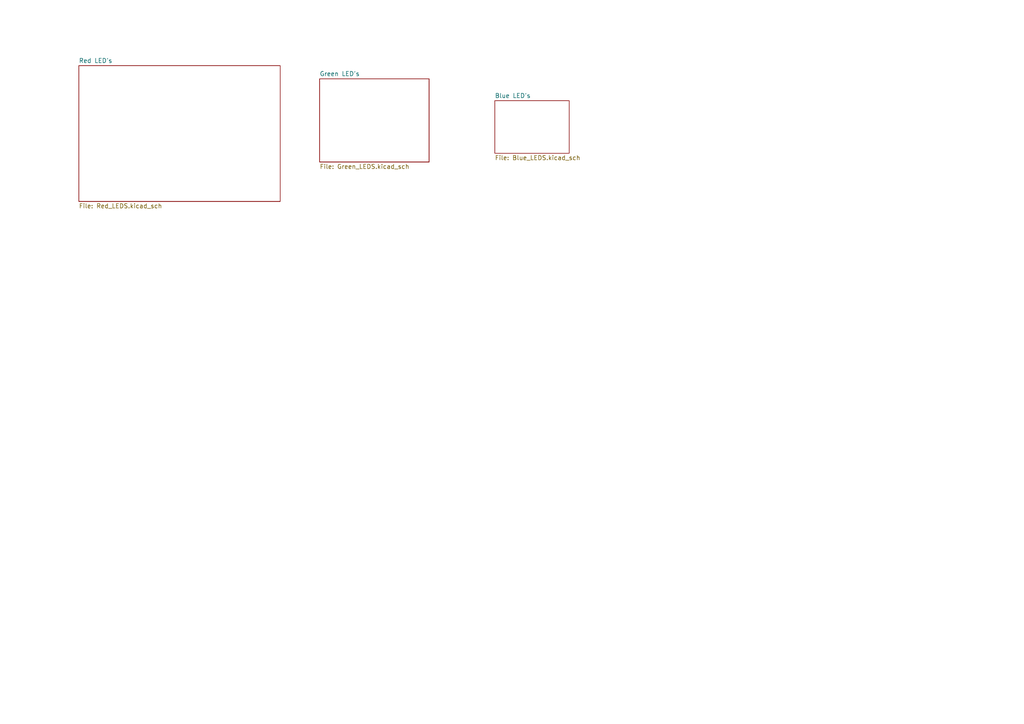
<source format=kicad_sch>
(kicad_sch
	(version 20250114)
	(generator "eeschema")
	(generator_version "9.0")
	(uuid "b239677e-e361-4439-8200-63fb41f7e03c")
	(paper "A4")
	(title_block
		(title "8x8_Led_Cube")
		(rev "1")
		(company "Áuthor: Lars Molenschot")
	)
	(lib_symbols)
	(sheet
		(at 92.71 22.86)
		(size 31.75 24.13)
		(exclude_from_sim no)
		(in_bom yes)
		(on_board yes)
		(dnp no)
		(fields_autoplaced yes)
		(stroke
			(width 0.1524)
			(type solid)
		)
		(fill
			(color 0 0 0 0.0000)
		)
		(uuid "028ca277-4d5d-4d09-af7b-5a73ce3cf523")
		(property "Sheetname" "Green LED's"
			(at 92.71 22.1484 0)
			(effects
				(font
					(size 1.27 1.27)
				)
				(justify left bottom)
			)
		)
		(property "Sheetfile" "Green_LEDS.kicad_sch"
			(at 92.71 47.5746 0)
			(effects
				(font
					(size 1.27 1.27)
				)
				(justify left top)
			)
		)
		(instances
			(project "LED_CUBE_8x8"
				(path "/b239677e-e361-4439-8200-63fb41f7e03c"
					(page "3")
				)
			)
		)
	)
	(sheet
		(at 22.86 19.05)
		(size 58.42 39.37)
		(exclude_from_sim no)
		(in_bom yes)
		(on_board yes)
		(dnp no)
		(fields_autoplaced yes)
		(stroke
			(width 0.1524)
			(type solid)
		)
		(fill
			(color 0 0 0 0.0000)
		)
		(uuid "39f84ab9-cf03-4ef5-a6b6-c3023701b456")
		(property "Sheetname" "Red LED's"
			(at 22.86 18.3384 0)
			(effects
				(font
					(size 1.27 1.27)
				)
				(justify left bottom)
			)
		)
		(property "Sheetfile" "Red_LEDS.kicad_sch"
			(at 22.86 59.0046 0)
			(effects
				(font
					(size 1.27 1.27)
				)
				(justify left top)
			)
		)
		(instances
			(project "LED_CUBE_8x8"
				(path "/b239677e-e361-4439-8200-63fb41f7e03c"
					(page "2")
				)
			)
		)
	)
	(sheet
		(at 143.51 29.21)
		(size 21.59 15.24)
		(exclude_from_sim no)
		(in_bom yes)
		(on_board yes)
		(dnp no)
		(fields_autoplaced yes)
		(stroke
			(width 0.1524)
			(type solid)
		)
		(fill
			(color 0 0 0 0.0000)
		)
		(uuid "cc8bd84f-da41-4d1f-b6a9-e2091cdfadf0")
		(property "Sheetname" "Blue LED's"
			(at 143.51 28.4984 0)
			(effects
				(font
					(size 1.27 1.27)
				)
				(justify left bottom)
			)
		)
		(property "Sheetfile" "Blue_LEDS.kicad_sch"
			(at 143.51 45.0346 0)
			(effects
				(font
					(size 1.27 1.27)
				)
				(justify left top)
			)
		)
		(instances
			(project "LED_CUBE_8x8"
				(path "/b239677e-e361-4439-8200-63fb41f7e03c"
					(page "4")
				)
			)
		)
	)
	(sheet_instances
		(path "/"
			(page "1")
		)
	)
	(embedded_fonts no)
)

</source>
